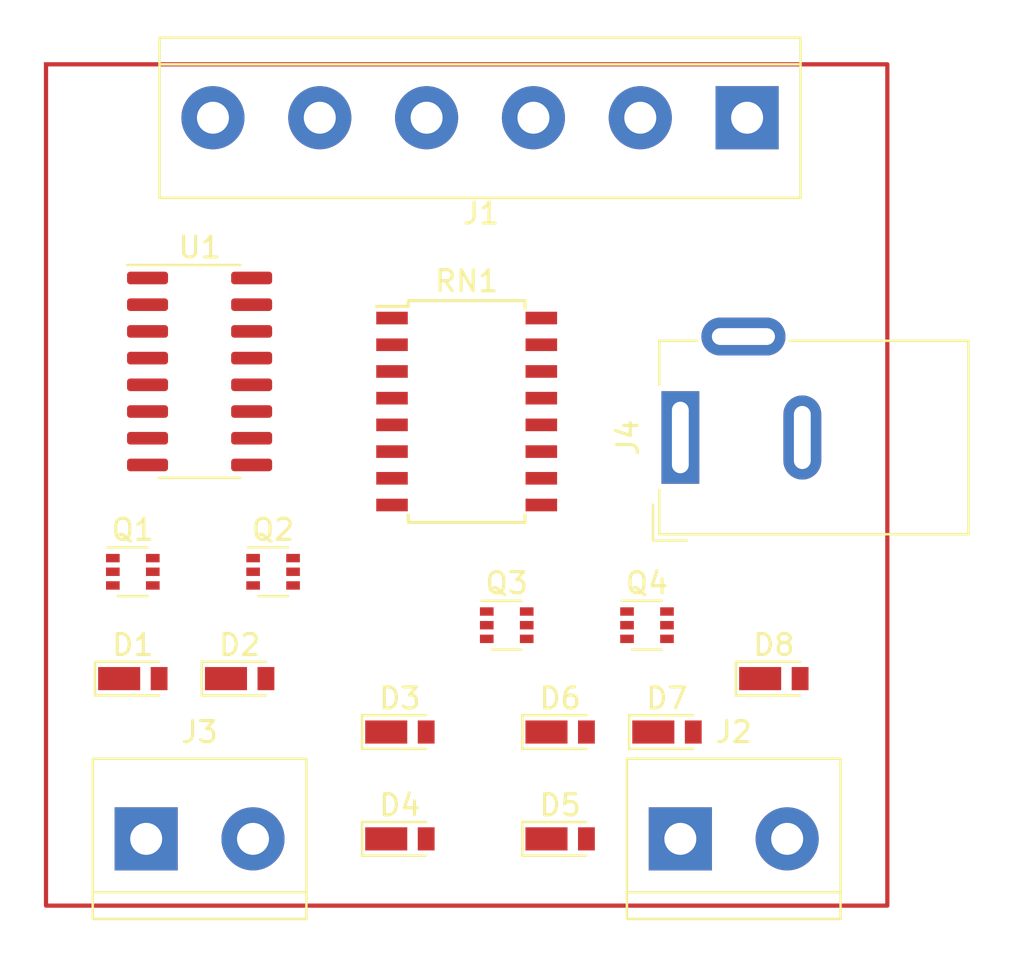
<source format=kicad_pcb>
(kicad_pcb (version 20211014) (generator pcbnew)
  (layers (0 "F.Cu" signal) (31 "B.Cu" signal) (34 "B.Paste" user) (35 "F.Paste" user) (36 "B.SilkS" user "B.Silkscreen") (37 "F.SilkS" user "F.Silkscreen") (38 "B.Mask" user) (39 "F.Mask" user) (44 "Edge.Cuts" user))
  (net 0 "")
  (net 1 "Net-(J1-Pad1)")
  (net 2 "Net-(J1-Pad2)")
  (net 3 "Net-(J1-Pad3)")
  (net 5 "+12V")
  (net 6 "Earth")
  (net 7 "Net-(J2-Pad1)")
  (net 8 "Net-(J2-Pad2)")
  (net 9 "Net-(J3-Pad2)")
  (net 10 "Net-(RN1-Pad10)")
  (net 11 "Net-(RN1-Pad11)")
  (net 12 "Net-(RN1-Pad13)")
  (net 13 "Net-(RN1-Pad15)")
  (net 20 "Net-(RN1-Pad8)")
  (net 21 "Net-(RN1-Pad7)")
  (net 22 "Net-(RN1-Pad6)")
  (net 23 "Net-(RN1-Pad5)")
  (net 24 "Net-(RN1-Pad4)")
  (net 25 "Net-(RN1-Pad3)")
  (net 26 "Net-(RN1-Pad2)")
  (net 27 "Net-(RN1-Pad1)")
  (net 28 "Net-(D1-Pad2)")
  (footprint "Package_SO:SOIC-16_3.9x9.9mm_P1.27mm" (layer "F.Cu") (at 86.995 84.455)
    (fp_text reference "U1" (at 0 -5.9) (layer "F.SilkS"))
    (fp_text value "4028")
    (fp_line (start 0 5.06) (end 1.95 5.06) (layer "F.SilkS") (width 0.12))
    (fp_line (start 0 -5.06) (end 1.95 -5.06) (layer "F.SilkS") (width 0.12))
    (fp_line (start 0 -5.06) (end -3.45 -5.06) (layer "F.SilkS") (width 0.12))
    (fp_line (start 0 5.06) (end -1.95 5.06) (layer "F.SilkS") (width 0.12))
    (pad "1" smd roundrect (at -2.475 -4.445) (size 1.95 0.6) (layers "F.Cu" "F.Paste" "F.Mask"))
    (pad "2" smd roundrect (at -2.475 -3.175) (size 1.95 0.6) (layers "F.Cu" "F.Paste" "F.Mask") (net 12 "Net-(RN1-Pad13)"))
    (pad "3" smd roundrect (at -2.475 -1.905) (size 1.95 0.6) (layers "F.Cu" "F.Paste" "F.Mask") (net 10 "Net-(RN1-Pad10)"))
    (pad "4" smd roundrect (at -2.475 -0.635) (size 1.95 0.6) (layers "F.Cu" "F.Paste" "F.Mask"))
    (pad "5" smd roundrect (at -2.475 0.635) (size 1.95 0.6) (layers "F.Cu" "F.Paste" "F.Mask"))
    (pad "6" smd roundrect (at -2.475 1.905) (size 1.95 0.6) (layers "F.Cu" "F.Paste" "F.Mask"))
    (pad "7" smd roundrect (at -2.475 3.175) (size 1.95 0.6) (layers "F.Cu" "F.Paste" "F.Mask"))
    (pad "8" smd roundrect (at -2.475 4.445) (size 1.95 0.6) (layers "F.Cu" "F.Paste" "F.Mask") (net 6 "Earth"))
    (pad "9" smd roundrect (at 2.475 4.445) (size 1.95 0.6) (layers "F.Cu" "F.Paste" "F.Mask"))
    (pad "10" smd roundrect (at 2.475 3.175) (size 1.95 0.6) (layers "F.Cu" "F.Paste" "F.Mask") (net 1 "Net-(J1-Pad1)"))
    (pad "11" smd roundrect (at 2.475 1.905) (size 1.95 0.6) (layers "F.Cu" "F.Paste" "F.Mask") (net 6 "Earth"))
    (pad "12" smd roundrect (at 2.475 0.635) (size 1.95 0.6) (layers "F.Cu" "F.Paste" "F.Mask") (net 3 "Net-(J1-Pad3)"))
    (pad "13" smd roundrect (at 2.475 -0.635) (size 1.95 0.6) (layers "F.Cu" "F.Paste" "F.Mask") (net 2 "Net-(J1-Pad2)"))
    (pad "14" smd roundrect (at 2.475 -1.905) (size 1.95 0.6) (layers "F.Cu" "F.Paste" "F.Mask") (net 11 "Net-(RN1-Pad11)"))
    (pad "15" smd roundrect (at 2.475 -3.175) (size 1.95 0.6) (layers "F.Cu" "F.Paste" "F.Mask") (net 13 "Net-(RN1-Pad15)"))
    (pad "16" smd roundrect (at 2.475 -4.445) (size 1.95 0.6) (layers "F.Cu" "F.Paste" "F.Mask") (net 5 "+12V"))
  )
  (footprint "Package_TO_SOT_SMD:SOT-363_SC-70-6" (layer "F.Cu") (at 83.82 93.98)
    (fp_text reference "Q1" (at 0 -2) (layer "F.SilkS"))
    (fp_text value "MBT2222ADW1T1")
    (fp_line (start -0.7 1.16) (end 0.7 1.16) (layer "F.SilkS") (width 0.12))
    (fp_line (start 0.7 -1.16) (end -1.2 -1.16) (layer "F.SilkS") (width 0.12))
    (pad "1" smd rect (at -0.95 -0.65) (size 0.65 0.4) (layers "F.Cu" "F.Paste" "F.Mask") (net 6 "Earth"))
    (pad "2" smd rect (at -0.95 0) (size 0.65 0.4) (layers "F.Cu" "F.Paste" "F.Mask") (net 21 "Net-(RN1-Pad7)"))
    (pad "3" smd rect (at -0.95 0.65) (size 0.65 0.4) (layers "F.Cu" "F.Paste" "F.Mask") (net 5 "+12V"))
    (pad "4" smd rect (at 0.95 0.65) (size 0.65 0.4) (layers "F.Cu" "F.Paste" "F.Mask") (net 28 "Net-(D1-Pad2)"))
    (pad "5" smd rect (at 0.95 0) (size 0.65 0.4) (layers "F.Cu" "F.Paste" "F.Mask") (net 20 "Net-(RN1-Pad8)"))
    (pad "6" smd rect (at 0.95 -0.65) (size 0.65 0.4) (layers "F.Cu" "F.Paste" "F.Mask") (net 9 "Net-(J3-Pad2)"))
  )
  (footprint "Diode_SMD:D_TUMD2" (layer "F.Cu") (at 96.52 101.6)
    (fp_text reference "D3" (at 0 -1.6) (layer "F.SilkS"))
    (fp_text value "1N4149")
    (fp_line (start -1.8 -0.8) (end 1.25 -0.8) (layer "F.SilkS") (width 0.12))
    (fp_line (start 1.25 0.8) (end -1.8 0.8) (layer "F.SilkS") (width 0.12))
    (fp_line (start -1.8 0.8) (end -1.8 -0.8) (layer "F.SilkS") (width 0.12))
    (pad "1" smd rect (at -0.65 0 180) (size 2 1.1) (layers "F.Cu" "F.Paste" "F.Mask") (net 5 "+12V"))
    (pad "2" smd rect (at 1.25 0 180) (size 0.8 1.1) (layers "F.Cu" "F.Paste" "F.Mask") (net 9 "Net-(J3-Pad2)"))
  )
  (footprint "Diode_SMD:D_TUMD2" (layer "F.Cu") (at 104.14 106.68)
    (fp_text reference "D5" (at 0 -1.6) (layer "F.SilkS"))
    (fp_text value "1N4149")
    (fp_line (start 1.25 0.8) (end -1.8 0.8) (layer "F.SilkS") (width 0.12))
    (fp_line (start -1.8 0.8) (end -1.8 -0.8) (layer "F.SilkS") (width 0.12))
    (fp_line (start -1.8 -0.8) (end 1.25 -0.8) (layer "F.SilkS") (width 0.12))
    (pad "1" smd rect (at -0.65 0 180) (size 2 1.1) (layers "F.Cu" "F.Paste" "F.Mask") (net 5 "+12V"))
    (pad "2" smd rect (at 1.25 0 180) (size 0.8 1.1) (layers "F.Cu" "F.Paste" "F.Mask") (net 7 "Net-(J2-Pad1)"))
  )
  (footprint "Package_TO_SOT_SMD:SOT-363_SC-70-6" (layer "F.Cu") (at 108.27 96.52)
    (fp_text reference "Q4" (at 0 -2) (layer "F.SilkS"))
    (fp_text value "MBT2222ADW1T1")
    (fp_line (start -0.7 1.16) (end 0.7 1.16) (layer "F.SilkS") (width 0.12))
    (fp_line (start 0.7 -1.16) (end -1.2 -1.16) (layer "F.SilkS") (width 0.12))
    (pad "1" smd rect (at -0.95 -0.65) (size 0.65 0.4) (layers "F.Cu" "F.Paste" "F.Mask") (net 6 "Earth"))
    (pad "2" smd rect (at -0.95 0) (size 0.65 0.4) (layers "F.Cu" "F.Paste" "F.Mask") (net 27 "Net-(RN1-Pad1)"))
    (pad "3" smd rect (at -0.95 0.65) (size 0.65 0.4) (layers "F.Cu" "F.Paste" "F.Mask") (net 5 "+12V"))
    (pad "4" smd rect (at 0.95 0.65) (size 0.65 0.4) (layers "F.Cu" "F.Paste" "F.Mask") (net 8 "Net-(J2-Pad2)"))
    (pad "5" smd rect (at 0.95 0) (size 0.65 0.4) (layers "F.Cu" "F.Paste" "F.Mask") (net 26 "Net-(RN1-Pad2)"))
    (pad "6" smd rect (at 0.95 -0.65) (size 0.65 0.4) (layers "F.Cu" "F.Paste" "F.Mask") (net 7 "Net-(J2-Pad1)"))
  )
  (footprint "Package_TO_SOT_SMD:SOT-363_SC-70-6" (layer "F.Cu") (at 101.6 96.52)
    (fp_text reference "Q3" (at 0 -2) (layer "F.SilkS"))
    (fp_text value "MBT2222ADW1T1")
    (fp_line (start -0.7 1.16) (end 0.7 1.16) (layer "F.SilkS") (width 0.12))
    (fp_line (start 0.7 -1.16) (end -1.2 -1.16) (layer "F.SilkS") (width 0.12))
    (pad "1" smd rect (at -0.95 -0.65) (size 0.65 0.4) (layers "F.Cu" "F.Paste" "F.Mask") (net 6 "Earth"))
    (pad "2" smd rect (at -0.95 0) (size 0.65 0.4) (layers "F.Cu" "F.Paste" "F.Mask") (net 25 "Net-(RN1-Pad3)"))
    (pad "3" smd rect (at -0.95 0.65) (size 0.65 0.4) (layers "F.Cu" "F.Paste" "F.Mask") (net 5 "+12V"))
    (pad "4" smd rect (at 0.95 0.65) (size 0.65 0.4) (layers "F.Cu" "F.Paste" "F.Mask") (net 7 "Net-(J2-Pad1)"))
    (pad "5" smd rect (at 0.95 0) (size 0.65 0.4) (layers "F.Cu" "F.Paste" "F.Mask") (net 24 "Net-(RN1-Pad4)"))
    (pad "6" smd rect (at 0.95 -0.65) (size 0.65 0.4) (layers "F.Cu" "F.Paste" "F.Mask") (net 8 "Net-(J2-Pad2)"))
  )
  (footprint "Diode_SMD:D_TUMD2" (layer "F.Cu") (at 114.3 99.06)
    (fp_text reference "D8" (at 0 -1.6) (layer "F.SilkS"))
    (fp_text value "1N4149")
    (fp_line (start 1.25 0.8) (end -1.8 0.8) (layer "F.SilkS") (width 0.12))
    (fp_line (start -1.8 0.8) (end -1.8 -0.8) (layer "F.SilkS") (width 0.12))
    (fp_line (start -1.8 -0.8) (end 1.25 -0.8) (layer "F.SilkS") (width 0.12))
    (pad "1" smd rect (at -0.65 0 180) (size 2 1.1) (layers "F.Cu" "F.Paste" "F.Mask") (net 8 "Net-(J2-Pad2)"))
    (pad "2" smd rect (at 1.25 0 180) (size 0.8 1.1) (layers "F.Cu" "F.Paste" "F.Mask") (net 6 "Earth"))
  )
  (footprint "Diode_SMD:D_TUMD2" (layer "F.Cu") (at 104.14 101.6)
    (fp_text reference "D6" (at 0 -1.6) (layer "F.SilkS"))
    (fp_text value "1N4149")
    (fp_line (start 1.25 0.8) (end -1.8 0.8) (layer "F.SilkS") (width 0.12))
    (fp_line (start -1.8 0.8) (end -1.8 -0.8) (layer "F.SilkS") (width 0.12))
    (fp_line (start -1.8 -0.8) (end 1.25 -0.8) (layer "F.SilkS") (width 0.12))
    (pad "1" smd rect (at -0.65 0 180) (size 2 1.1) (layers "F.Cu" "F.Paste" "F.Mask") (net 7 "Net-(J2-Pad1)"))
    (pad "2" smd rect (at 1.25 0 180) (size 0.8 1.1) (layers "F.Cu" "F.Paste" "F.Mask") (net 6 "Earth"))
  )
  (footprint "Package_TO_SOT_SMD:SOT-363_SC-70-6" (layer "F.Cu") (at 90.49 93.98)
    (fp_text reference "Q2" (at 0 -2) (layer "F.SilkS"))
    (fp_text value "MBT2222ADW1T1")
    (fp_line (start 0.7 -1.16) (end -1.2 -1.16) (layer "F.SilkS") (width 0.12))
    (fp_line (start -0.7 1.16) (end 0.7 1.16) (layer "F.SilkS") (width 0.12))
    (pad "1" smd rect (at -0.95 -0.65) (size 0.65 0.4) (layers "F.Cu" "F.Paste" "F.Mask") (net 6 "Earth"))
    (pad "2" smd rect (at -0.95 0) (size 0.65 0.4) (layers "F.Cu" "F.Paste" "F.Mask") (net 23 "Net-(RN1-Pad5)"))
    (pad "3" smd rect (at -0.95 0.65) (size 0.65 0.4) (layers "F.Cu" "F.Paste" "F.Mask") (net 5 "+12V"))
    (pad "4" smd rect (at 0.95 0.65) (size 0.65 0.4) (layers "F.Cu" "F.Paste" "F.Mask") (net 9 "Net-(J3-Pad2)"))
    (pad "5" smd rect (at 0.95 0) (size 0.65 0.4) (layers "F.Cu" "F.Paste" "F.Mask") (net 22 "Net-(RN1-Pad6)"))
    (pad "6" smd rect (at 0.95 -0.65) (size 0.65 0.4) (layers "F.Cu" "F.Paste" "F.Mask") (net 28 "Net-(D1-Pad2)"))
  )
  (footprint "TerminalBlock:TerminalBlock_bornier-2_P5.08mm" (layer "F.Cu") (at 109.855 106.68)
    (fp_text reference "J2" (at 2.54 -5.08) (layer "F.SilkS"))
    (fp_text value "Screw_Terminal_01x02")
    (fp_line (start 7.62 3.81) (end 7.62 -3.81) (layer "F.SilkS") (width 0.12))
    (fp_line (start 7.62 -3.81) (end -2.54 -3.81) (layer "F.SilkS") (width 0.12))
    (fp_line (start -2.54 3.81) (end 7.62 3.81) (layer "F.SilkS") (width 0.12))
    (fp_line (start 7.62 2.54) (end -2.54 2.54) (layer "F.SilkS") (width 0.12))
    (fp_line (start -2.54 -3.81) (end -2.54 3.81) (layer "F.SilkS") (width 0.12))
    (pad "1" thru_hole rect (at 0 0) (size 3 3) (drill 1.52) (layers *.Cu *.Mask) (net 7 "Net-(J2-Pad1)"))
    (pad "2" thru_hole circle (at 5.08 0) (size 3 3) (drill 1.52) (layers *.Cu *.Mask) (net 8 "Net-(J2-Pad2)"))
  )
  (footprint "Connector_BarrelJack:BarrelJack_Wuerth_6941xx301002" (layer "F.Cu") (at 109.855 87.595 90)
    (fp_text reference "J4" (at 0 -2.5 90) (layer "F.SilkS"))
    (fp_text value "Jack-DC")
    (fp_line (start 2.5 -1) (end 4.6 -1) (layer "F.SilkS") (width 0.12))
    (fp_line (start 4.6 5.2) (end 4.6 13.7) (layer "F.SilkS") (width 0.12))
    (fp_line (start 4.6 13.7) (end -4.6 13.7) (layer "F.SilkS") (width 0.12))
    (fp_line (start -3.2 -1.3) (end -4.9 -1.3) (layer "F.SilkS") (width 0.12))
    (fp_line (start -4.9 -1.3) (end -4.9 0.3) (layer "F.SilkS") (width 0.12))
    (fp_line (start -4.6 -1) (end -2.5 -1) (layer "F.SilkS") (width 0.12))
    (fp_line (start -4.6 13.7) (end -4.6 -1) (layer "F.SilkS") (width 0.12))
    (fp_line (start 4.6 -1) (end 4.6 0.8) (layer "F.SilkS") (width 0.12))
    (pad "1" thru_hole rect (at 0 0 90) (size 4.4 1.8) (drill oval 3.4 0.8) (layers *.Cu *.Mask) (net 5 "+12V"))
    (pad "2" thru_hole oval (at 0 5.8 90) (size 4 1.8) (drill oval 3 0.8) (layers *.Cu *.Mask) (net 6 "Earth"))
    (pad "3" thru_hole oval (at 4.8 3 180) (size 4 1.8) (drill oval 3 0.8) (layers *.Cu *.Mask))
  )
  (footprint "Diode_SMD:D_TUMD2" (layer "F.Cu") (at 88.9 99.06)
    (fp_text reference "D2" (at 0 -1.6) (layer "F.SilkS"))
    (fp_text value "1N4149")
    (fp_line (start -1.8 -0.8) (end 1.25 -0.8) (layer "F.SilkS") (width 0.12))
    (fp_line (start 1.25 0.8) (end -1.8 0.8) (layer "F.SilkS") (width 0.12))
    (fp_line (start -1.8 0.8) (end -1.8 -0.8) (layer "F.SilkS") (width 0.12))
    (pad "1" smd rect (at -0.65 0 180) (size 2 1.1) (layers "F.Cu" "F.Paste" "F.Mask") (net 28 "Net-(D1-Pad2)"))
    (pad "2" smd rect (at 1.25 0 180) (size 0.8 1.1) (layers "F.Cu" "F.Paste" "F.Mask") (net 6 "Earth"))
  )
  (footprint "Package_SO:SOIC-16W_5.3x10.2mm_P1.27mm" (layer "F.Cu") (at 99.695 86.36)
    (fp_text reference "RN1" (at 0 -6.2) (layer "F.SilkS"))
    (fp_text value "R_Pack08")
    (fp_line (start -2.775 5.275) (end 2.775 5.275) (layer "F.SilkS") (width 0.15))
    (fp_line (start -2.775 -5.275) (end 2.775 -5.275) (layer "F.SilkS") (width 0.15))
    (fp_line (start 2.775 -5.275) (end 2.775 -4.92) (layer "F.SilkS") (width 0.15))
    (fp_line (start -2.775 -5) (end -4.3 -5) (layer "F.SilkS") (width 0.15))
    (fp_line (start -2.775 5.275) (end -2.775 4.92) (layer "F.SilkS") (width 0.15))
    (fp_line (start -2.775 -5.275) (end -2.775 -5) (layer "F.SilkS") (width 0.15))
    (fp_line (start 2.775 5.275) (end 2.775 4.92) (layer "F.SilkS") (width 0.15))
    (pad "1" smd rect (at -3.55 -4.445) (size 1.5 0.6) (layers "F.Cu" "F.Paste" "F.Mask") (net 27 "Net-(RN1-Pad1)"))
    (pad "2" smd rect (at -3.55 -3.175) (size 1.5 0.6) (layers "F.Cu" "F.Paste" "F.Mask") (net 26 "Net-(RN1-Pad2)"))
    (pad "3" smd rect (at -3.55 -1.905) (size 1.5 0.6) (layers "F.Cu" "F.Paste" "F.Mask") (net 25 "Net-(RN1-Pad3)"))
    (pad "4" smd rect (at -3.55 -0.635) (size 1.5 0.6) (layers "F.Cu" "F.Paste" "F.Mask") (net 24 "Net-(RN1-Pad4)"))
    (pad "5" smd rect (at -3.55 0.635) (size 1.5 0.6) (layers "F.Cu" "F.Paste" "F.Mask") (net 23 "Net-(RN1-Pad5)"))
    (pad "6" smd rect (at -3.55 1.905) (size 1.5 0.6) (layers "F.Cu" "F.Paste" "F.Mask") (net 22 "Net-(RN1-Pad6)"))
    (pad "7" smd rect (at -3.55 3.175) (size 1.5 0.6) (layers "F.Cu" "F.Paste" "F.Mask") (net 21 "Net-(RN1-Pad7)"))
    (pad "8" smd rect (at -3.55 4.445) (size 1.5 0.6) (layers "F.Cu" "F.Paste" "F.Mask") (net 20 "Net-(RN1-Pad8)"))
    (pad "9" smd rect (at 3.55 4.445) (size 1.5 0.6) (layers "F.Cu" "F.Paste" "F.Mask") (net 10 "Net-(RN1-Pad10)"))
    (pad "10" smd rect (at 3.55 3.175) (size 1.5 0.6) (layers "F.Cu" "F.Paste" "F.Mask") (net 10 "Net-(RN1-Pad10)"))
    (pad "11" smd rect (at 3.55 1.905) (size 1.5 0.6) (layers "F.Cu" "F.Paste" "F.Mask") (net 11 "Net-(RN1-Pad11)"))
    (pad "12" smd rect (at 3.55 0.635) (size 1.5 0.6) (layers "F.Cu" "F.Paste" "F.Mask") (net 11 "Net-(RN1-Pad11)"))
    (pad "13" smd rect (at 3.55 -0.635) (size 1.5 0.6) (layers "F.Cu" "F.Paste" "F.Mask") (net 12 "Net-(RN1-Pad13)"))
    (pad "14" smd rect (at 3.55 -1.905) (size 1.5 0.6) (layers "F.Cu" "F.Paste" "F.Mask") (net 12 "Net-(RN1-Pad13)"))
    (pad "15" smd rect (at 3.55 -3.175) (size 1.5 0.6) (layers "F.Cu" "F.Paste" "F.Mask") (net 13 "Net-(RN1-Pad15)"))
    (pad "16" smd rect (at 3.55 -4.445) (size 1.5 0.6) (layers "F.Cu" "F.Paste" "F.Mask") (net 13 "Net-(RN1-Pad15)"))
  )
  (footprint "Diode_SMD:D_TUMD2" (layer "F.Cu") (at 96.52 106.68)
    (fp_text reference "D4" (at 0 -1.6) (layer "F.SilkS"))
    (fp_text value "1N4149")
    (fp_line (start 1.25 0.8) (end -1.8 0.8) (layer "F.SilkS") (width 0.12))
    (fp_line (start -1.8 -0.8) (end 1.25 -0.8) (layer "F.SilkS") (width 0.12))
    (fp_line (start -1.8 0.8) (end -1.8 -0.8) (layer "F.SilkS") (width 0.12))
    (pad "1" smd rect (at -0.65 0 180) (size 2 1.1) (layers "F.Cu" "F.Paste" "F.Mask") (net 9 "Net-(J3-Pad2)"))
    (pad "2" smd rect (at 1.25 0 180) (size 0.8 1.1) (layers "F.Cu" "F.Paste" "F.Mask") (net 6 "Earth"))
  )
  (footprint "Diode_SMD:D_TUMD2" (layer "F.Cu") (at 109.22 101.6)
    (fp_text reference "D7" (at 0 -1.6) (layer "F.SilkS"))
    (fp_text value "1N4149")
    (fp_line (start 1.25 0.8) (end -1.8 0.8) (layer "F.SilkS") (width 0.12))
    (fp_line (start -1.8 -0.8) (end 1.25 -0.8) (layer "F.SilkS") (width 0.12))
    (fp_line (start -1.8 0.8) (end -1.8 -0.8) (layer "F.SilkS") (width 0.12))
    (pad "1" smd rect (at -0.65 0 180) (size 2 1.1) (layers "F.Cu" "F.Paste" "F.Mask") (net 5 "+12V"))
    (pad "2" smd rect (at 1.25 0 180) (size 0.8 1.1) (layers "F.Cu" "F.Paste" "F.Mask") (net 8 "Net-(J2-Pad2)"))
  )
  (footprint "TerminalBlock:TerminalBlock_bornier-2_P5.08mm" (layer "F.Cu") (at 84.455 106.68)
    (fp_text reference "J3" (at 2.54 -5.08) (layer "F.SilkS"))
    (fp_text value "Screw_Terminal_01x02")
    (fp_line (start 7.62 2.54) (end -2.54 2.54) (layer "F.SilkS") (width 0.12))
    (fp_line (start 7.62 -3.81) (end -2.54 -3.81) (layer "F.SilkS") (width 0.12))
    (fp_line (start -2.54 3.81) (end 7.62 3.81) (layer "F.SilkS") (width 0.12))
    (fp_line (start -2.54 -3.81) (end -2.54 3.81) (layer "F.SilkS") (width 0.12))
    (fp_line (start 7.62 3.81) (end 7.62 -3.81) (layer "F.SilkS") (width 0.12))
    (pad "1" thru_hole rect (at 0 0) (size 3 3) (drill 1.52) (layers *.Cu *.Mask) (net 28 "Net-(D1-Pad2)"))
    (pad "2" thru_hole circle (at 5.08 0) (size 3 3) (drill 1.52) (layers *.Cu *.Mask) (net 9 "Net-(J3-Pad2)"))
  )
  (footprint "Diode_SMD:D_TUMD2" (layer "F.Cu") (at 83.82 99.06)
    (fp_text reference "D1" (at 0 -1.6) (layer "F.SilkS"))
    (fp_text value "1N4149")
    (fp_line (start 1.25 0.8) (end -1.8 0.8) (layer "F.SilkS") (width 0.12))
    (fp_line (start -1.8 -0.8) (end 1.25 -0.8) (layer "F.SilkS") (width 0.12))
    (fp_line (start -1.8 0.8) (end -1.8 -0.8) (layer "F.SilkS") (width 0.12))
    (pad "1" smd rect (at -0.65 0 180) (size 2 1.1) (layers "F.Cu" "F.Paste" "F.Mask") (net 5 "+12V"))
    (pad "2" smd rect (at 1.25 0 180) (size 0.8 1.1) (layers "F.Cu" "F.Paste" "F.Mask") (net 28 "Net-(D1-Pad2)"))
  )
  (footprint "TerminalBlock:TerminalBlock_bornier-6_P5.08mm" (layer "F.Cu") (at 113.03 72.39 180)
    (fp_text reference "J1" (at 12.65 -4.55) (layer "F.SilkS"))
    (fp_text value "Screw_Terminal_01x06")
    (fp_line (start 27.94 3.81) (end 27.94 -3.81) (layer "F.SilkS") (width 0.12))
    (fp_line (start -2.54 -3.81) (end -2.54 3.81) (layer "F.SilkS") (width 0.12))
    (fp_line (start -2.54 -3.81) (end 27.94 -3.81) (layer "F.SilkS") (width 0.12))
    (fp_line (start -2.54 3.81) (end 27.94 3.81) (layer "F.SilkS") (width 0.12))
    (fp_line (start -2.54 2.54) (end 27.94 2.54) (layer "F.SilkS") (width 0.12))
    (pad "1" thru_hole rect (at 0 0 180) (size 3 3) (drill 1.52) (layers *.Cu *.Mask) (net 1 "Net-(J1-Pad1)"))
    (pad "2" thru_hole circle (at 5.08 0 180) (size 3 3) (drill 1.52) (layers *.Cu *.Mask) (net 2 "Net-(J1-Pad2)"))
    (pad "3" thru_hole circle (at 10.16 0 180) (size 3 3) (drill 1.52) (layers *.Cu *.Mask) (net 3 "Net-(J1-Pad3)"))
    (pad "4" thru_hole circle (at 15.24 0 180) (size 3 3) (drill 1.52) (layers *.Cu *.Mask))
    (pad "5" thru_hole circle (at 20.32 0 180) (size 3 3) (drill 1.52) (layers *.Cu *.Mask) (net 5 "+12V"))
    (pad "6" thru_hole circle (at 25.4 0 180) (size 3 3) (drill 1.52) (layers *.Cu *.Mask) (net 6 "Earth"))
  )
  (gr_rect (start 79.6925 109.855) (end 119.6975 69.85) (layer "F.Cu") (width 0.2) (fill none))
)
</source>
